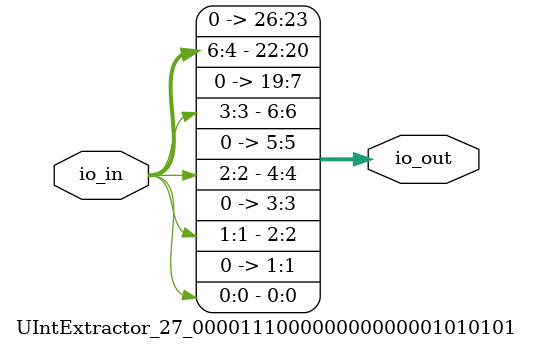
<source format=sv>
`ifndef RANDOMIZE
  `ifdef RANDOMIZE_MEM_INIT
    `define RANDOMIZE
  `endif // RANDOMIZE_MEM_INIT
`endif // not def RANDOMIZE
`ifndef RANDOMIZE
  `ifdef RANDOMIZE_REG_INIT
    `define RANDOMIZE
  `endif // RANDOMIZE_REG_INIT
`endif // not def RANDOMIZE

`ifndef RANDOM
  `define RANDOM $random
`endif // not def RANDOM

// Users can define INIT_RANDOM as general code that gets injected into the
// initializer block for modules with registers.
`ifndef INIT_RANDOM
  `define INIT_RANDOM
`endif // not def INIT_RANDOM

// If using random initialization, you can also define RANDOMIZE_DELAY to
// customize the delay used, otherwise 0.002 is used.
`ifndef RANDOMIZE_DELAY
  `define RANDOMIZE_DELAY 0.002
`endif // not def RANDOMIZE_DELAY

// Define INIT_RANDOM_PROLOG_ for use in our modules below.
`ifndef INIT_RANDOM_PROLOG_
  `ifdef RANDOMIZE
    `ifdef VERILATOR
      `define INIT_RANDOM_PROLOG_ `INIT_RANDOM
    `else  // VERILATOR
      `define INIT_RANDOM_PROLOG_ `INIT_RANDOM #`RANDOMIZE_DELAY begin end
    `endif // VERILATOR
  `else  // RANDOMIZE
    `define INIT_RANDOM_PROLOG_
  `endif // RANDOMIZE
`endif // not def INIT_RANDOM_PROLOG_

// Include register initializers in init blocks unless synthesis is set
`ifndef SYNTHESIS
  `ifndef ENABLE_INITIAL_REG_
    `define ENABLE_INITIAL_REG_
  `endif // not def ENABLE_INITIAL_REG_
`endif // not def SYNTHESIS

// Include rmemory initializers in init blocks unless synthesis is set
`ifndef SYNTHESIS
  `ifndef ENABLE_INITIAL_MEM_
    `define ENABLE_INITIAL_MEM_
  `endif // not def ENABLE_INITIAL_MEM_
`endif // not def SYNTHESIS

module UIntExtractor_27_000011100000000000001010101(
  input  [6:0]  io_in,
  output [26:0] io_out
);

  assign io_out =
    {4'h0, io_in[6:4], 13'h0, io_in[3], 1'h0, io_in[2], 1'h0, io_in[1], 1'h0, io_in[0]};
endmodule


</source>
